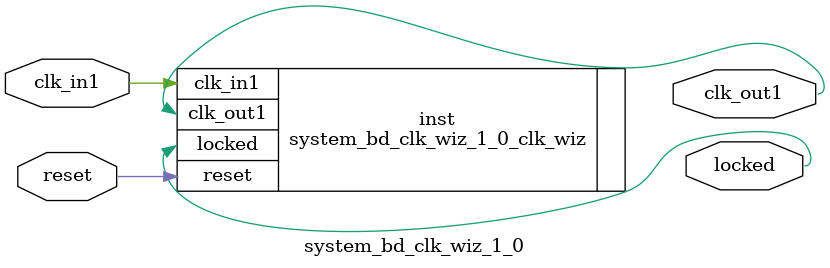
<source format=v>


`timescale 1ps/1ps

(* CORE_GENERATION_INFO = "system_bd_clk_wiz_1_0,clk_wiz_v6_0_16_0_0,{component_name=system_bd_clk_wiz_1_0,use_phase_alignment=true,use_min_o_jitter=false,use_max_i_jitter=false,use_dyn_phase_shift=false,use_inclk_switchover=false,use_dyn_reconfig=false,enable_axi=0,feedback_source=FDBK_AUTO,PRIMITIVE=MMCM,num_out_clk=1,clkin1_period=10.000,clkin2_period=10.000,use_power_down=false,use_reset=true,use_locked=true,use_inclk_stopped=false,feedback_type=SINGLE,CLOCK_MGR_TYPE=NA,manual_override=false}" *)

module system_bd_clk_wiz_1_0 
 (
  // Clock out ports
  output        clk_out1,
  // Status and control signals
  input         reset,
  output        locked,
 // Clock in ports
  input         clk_in1
 );

  system_bd_clk_wiz_1_0_clk_wiz inst
  (
  // Clock out ports  
  .clk_out1(clk_out1),
  // Status and control signals               
  .reset(reset), 
  .locked(locked),
 // Clock in ports
  .clk_in1(clk_in1)
  );

endmodule

</source>
